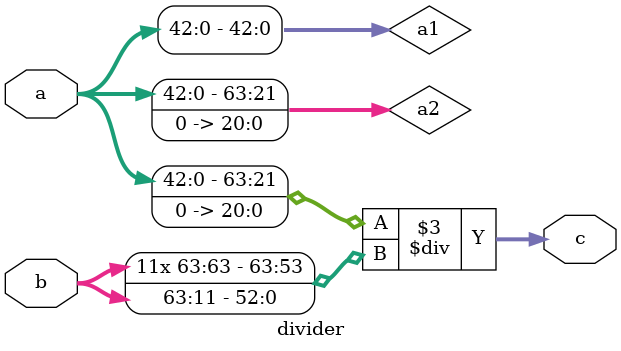
<source format=v>
module divider(a,b,c); // make accurate & synthesizable divider 

input signed [63:0] a, b;
output wire signed [63:0] c;

parameter k1 = 11, k2 = 11;

wire signed [k1 + 31:0] a1;
wire signed [63:0] a2;
           
assign a1 = a[k1 + 31:0];
assign a2 = a1 <<< (32 - k1);
assign c = a2 / (b >>> k2);



// 32 - k1 + k2 >= 32   =>  "k2 >= k1" 
/*
parameter k = 32;

wire signed [63 + k:0] a1;
wire signed [63 + k:0] c1;

assign a1 = a <<< k;
assign c1 = a1 / b;
assign c = c1[k + 31:k - 32];
*/


// k1 >= 11
/*
parameter k = 32, k1 = 11;

wire signed [k1 + 31:0] a1;
wire signed [63 + k:0] a2;
wire signed [63 + k:0] c1;

assign a1 = a[k1 + 31:0];
assign a2 = a1 <<< k; 
assign c1 = a2 / b;
assign c = c1[k + 31:k - 32];
*/

endmodule
</source>
